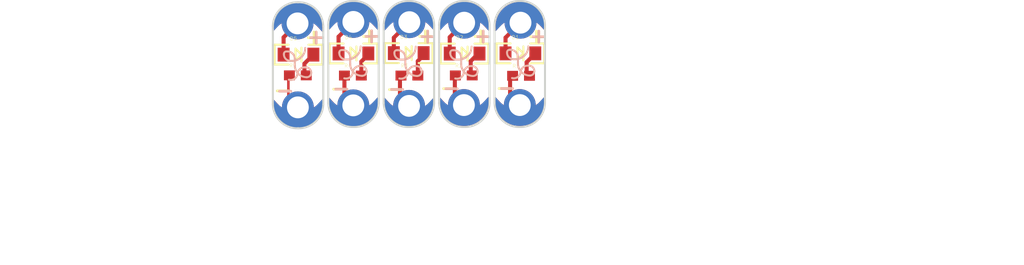
<source format=kicad_pcb>
(kicad_pcb (version 20211014) (generator pcbnew)
  (layers (0 "F.Cu" signal) (31 "B.Cu" signal) (34 "B.Paste" user) (35 "F.Paste" user) (36 "B.SilkS" user "B.Silkscreen") (37 "F.SilkS" user "F.Silkscreen") (38 "B.Mask" user) (39 "F.Mask" user) (44 "Edge.Cuts" user))
  (net 0 "")
  (net 1 "3")
  (net 2 "1")
  (net 3 "2")
  (net 4 "4")
  (net 5 "5")
  (net 6 "6")
  (net 7 "7")
  (net 8 "8")
  (net 9 "9")
  (net 10 "12")
  (net 11 "11")
  (net 12 "10")
  (net 13 "13")
  (net 14 "14")
  (net 15 "15")
  (footprint "boardEagle:PETAL-SMALL-2SIDE" (layer "F.Cu") (at 137.2743 100.845627 180)
    (fp_text reference "LED+5" hide)
    (fp_text value "SEWTAP6" hide)
    (fp_poly (pts (xy -1.854655 -0.173117) (xy -1.587233 0.02496) (xy -1.296131 0.192254) (xy -0.987629 0.324761) (xy -0.665876 0.420699) (xy -0.335186 0.478783) (xy -0.000001 0.49823) (xy 0.335185 0.478783) (xy 0.665875 0.4207) (xy 0.987628 0.324762) (xy 1.29613 0.192254) (xy 1.587231 0.024961) (xy 1.857026 -0.174874) (xy 2.101909 -0.404578) (xy 2.32514 -0.668824) (xy 2.493638 -0.837322) (xy 2.51214 -0.289809) (xy 2.481402 0.029121) (xy 2.409619 0.341384) (xy 2.298003 0.641723) (xy 2.148431 0.925078) (xy 1.963424 1.186677) (xy 1.746098 1.422114) (xy 1.500112 1.627423) (xy 1.22961 1.799149) (xy 0.939146 1.934398) (xy 0.633613 2.030893) (xy 0.318157 2.087007) (xy 0.002347 2.1016) (xy -0.002346 2.1016) (xy -0.318157 2.087008) (xy -0.633613 2.030893) (xy -0.939146 1.934399) (xy -1.22961 1.79915) (xy -1.500112 1.627424) (xy -1.746098 1.422115) (xy -1.963425 1.186678) (xy -2.148432 0.925079) (xy -2.298003 0.641724) (xy -2.409619 0.341385) (xy -2.481402 0.029122) (xy -2.512141 -0.289808) (xy -2.5016 -0.601715) (xy -2.5016 -0.854591)) (layer "F.Cu") (width 0) (fill solid))
    (fp_poly (pts (xy 2.5016 -0.601715) (xy 2.512141 -0.289808) (xy 2.481402 0.029122) (xy 2.409619 0.341385) (xy 2.298003 0.641724) (xy 2.148432 0.925079) (xy 1.963425 1.186678) (xy 1.746098 1.422115) (xy 1.500112 1.627424) (xy 1.22961 1.79915) (xy 0.939146 1.934399) (xy 0.633613 2.030893) (xy 0.318157 2.087008) (xy 0.002346 2.1016) (xy -0.002347 2.1016) (xy -0.318157 2.087007) (xy -0.633613 2.030893) (xy -0.939146 1.934398) (xy -1.22961 1.799149) (xy -1.500112 1.627423) (xy -1.746098 1.422114) (xy -1.963424 1.186677) (xy -2.148431 0.925078) (xy -2.298003 0.641723) (xy -2.409619 0.341384) (xy -2.482146 0.025885) (xy -2.50954 -0.853224) (xy -2.32514 -0.668824) (xy -2.101909 -0.404578) (xy -1.857026 -0.174874) (xy -1.587231 0.024961) (xy -1.29613 0.192254) (xy -0.987628 0.324762) (xy -0.665875 0.4207) (xy -0.335185 0.478783) (xy 0.000001 0.49823) (xy 0.335186 0.478783) (xy 0.665876 0.420699) (xy 0.987629 0.324761) (xy 1.296131 0.192254) (xy 1.587233 0.02496) (xy 1.854655 -0.173117) (xy 2.5016 -0.854591)) (layer "B.Cu") (width 0) (fill solid))
    (pad "1" thru_hole circle (at 0 0 270) (size 3.216 3.216) (drill 2.2) (layers *.Cu *.Mask) (net 13 "13"))
  )
  (footprint "boardEagle:LED-1206" (layer "F.Cu") (at 154.1145 103.888546)
    (fp_text reference "D2" (at -0.889 -1.397) (layer "F.SilkS") (effects (font (size 0.373888 0.373888) (thickness 0.032512)) (justify left bottom)))
    (fp_text value "WHITE")
    (fp_line (start 0.3 -0.7) (end 0.3 0) (layer "F.SilkS") (width 0.2032))
    (fp_line (start -1 -1) (end -2.4 -1) (layer "F.SilkS") (width 0.2032))
    (fp_line (start 2.4 1) (end 1 1) (layer "F.SilkS") (width 0.2032))
    (fp_line (start -0.3 -0.6) (end -0.3 0.6) (layer "F.SilkS") (width 0.2032))
    (fp_line (start -2.4 1) (end -1 1) (layer "F.SilkS") (width 0.2032))
    (fp_line (start 2.4 -1) (end 2.4 1) (layer "F.SilkS") (width 0.2032))
    (fp_line (start 1 -1) (end 2.4 -1) (layer "F.SilkS") (width 0.2032))
    (fp_line (start 0.3 0) (end 0.3 0.7) (layer "F.SilkS") (width 0.2032))
    (fp_line (start -2.4 -1) (end -2.4 1) (layer "F.SilkS") (width 0.2032))
    (fp_line (start -0.3 0.6) (end 0.3 0) (layer "F.SilkS") (width 0.2032))
    (fp_line (start 0.3 0) (end -0.3 -0.6) (layer "F.SilkS") (width 0.2032))
    (pad "A" smd rect (at -1.5 0) (size 1.2 1.4) (layers "F.Cu" "F.Paste" "F.Mask") (net 4 "4"))
    (pad "C" smd rect (at 1.5 0) (size 1.2 1.4) (layers "F.Cu" "F.Paste" "F.Mask") (net 5 "5"))
  )
  (footprint "boardEagle:PETAL-SMALL-2SIDE" (layer "F.Cu") (at 159.67964 109.080305)
    (fp_text reference "LED-1" hide)
    (fp_text value "SEWTAP6" hide)
    (fp_poly (pts (xy -1.854655 -0.173117) (xy -1.587233 0.02496) (xy -1.296131 0.192254) (xy -0.987629 0.324761) (xy -0.665876 0.420699) (xy -0.335186 0.478783) (xy -0.000001 0.49823) (xy 0.335185 0.478783) (xy 0.665875 0.4207) (xy 0.987628 0.324762) (xy 1.29613 0.192254) (xy 1.587231 0.024961) (xy 1.857026 -0.174874) (xy 2.101909 -0.404578) (xy 2.32514 -0.668824) (xy 2.493638 -0.837322) (xy 2.51214 -0.289809) (xy 2.481402 0.029121) (xy 2.409619 0.341384) (xy 2.298003 0.641723) (xy 2.148431 0.925078) (xy 1.963424 1.186677) (xy 1.746098 1.422114) (xy 1.500112 1.627423) (xy 1.22961 1.799149) (xy 0.939146 1.934398) (xy 0.633613 2.030893) (xy 0.318157 2.087007) (xy 0.002347 2.1016) (xy -0.002346 2.1016) (xy -0.318157 2.087008) (xy -0.633613 2.030893) (xy -0.939146 1.934399) (xy -1.22961 1.79915) (xy -1.500112 1.627424) (xy -1.746098 1.422115) (xy -1.963425 1.186678) (xy -2.148432 0.925079) (xy -2.298003 0.641724) (xy -2.409619 0.341385) (xy -2.481402 0.029122) (xy -2.512141 -0.289808) (xy -2.5016 -0.601715) (xy -2.5016 -0.854591)) (layer "F.Cu") (width 0) (fill solid))
    (fp_poly (pts (xy 2.5016 -0.601715) (xy 2.512141 -0.289808) (xy 2.481402 0.029122) (xy 2.409619 0.341385) (xy 2.298003 0.641724) (xy 2.148432 0.925079) (xy 1.963425 1.186678) (xy 1.746098 1.422115) (xy 1.500112 1.627424) (xy 1.22961 1.79915) (xy 0.939146 1.934399) (xy 0.633613 2.030893) (xy 0.318157 2.087008) (xy 0.002346 2.1016) (xy -0.002347 2.1016) (xy -0.318157 2.087007) (xy -0.633613 2.030893) (xy -0.939146 1.934398) (xy -1.22961 1.799149) (xy -1.500112 1.627423) (xy -1.746098 1.422114) (xy -1.963424 1.186677) (xy -2.148431 0.925078) (xy -2.298003 0.641723) (xy -2.409619 0.341384) (xy -2.482146 0.025885) (xy -2.50954 -0.853224) (xy -2.32514 -0.668824) (xy -2.101909 -0.404578) (xy -1.857026 -0.174874) (xy -1.587231 0.024961) (xy -1.29613 0.192254) (xy -0.987628 0.324762) (xy -0.665875 0.4207) (xy -0.335185 0.478783) (xy 0.000001 0.49823) (xy 0.335186 0.478783) (xy 0.665876 0.420699) (xy 0.987629 0.324761) (xy 1.296131 0.192254) (xy 1.587233 0.02496) (xy 1.854655 -0.173117) (xy 2.5016 -0.854591)) (layer "B.Cu") (width 0) (fill solid))
    (pad "1" thru_hole circle (at 0 0 90) (size 3.216 3.216) (drill 2.2) (layers *.Cu *.Mask) (net 1 "3"))
  )
  (footprint "boardEagle:0603-RES" (layer "F.Cu") (at 142.8496 106.103427)
    (fp_text reference "R4" (at -0.889 -0.762) (layer "F.SilkS") (effects (font (size 0.373888 0.373888) (thickness 0.032512)) (justify left bottom)))
    (fp_text value "150")
    (pad "1" smd rect (at -0.85 0) (size 1.1 1) (layers "F.Cu" "F.Paste" "F.Mask") (net 10 "12"))
    (pad "2" smd rect (at 0.85 0) (size 1.1 1) (layers "F.Cu" "F.Paste" "F.Mask") (net 11 "11"))
  )
  (footprint "boardEagle:LED-1206" (layer "F.Cu") (at 159.7406 103.865686)
    (fp_text reference "D1" (at -0.889 -1.397) (layer "F.SilkS") (effects (font (size 0.373888 0.373888) (thickness 0.032512)) (justify left bottom)))
    (fp_text value "WHITE")
    (fp_line (start 2.4 -1) (end 2.4 1) (layer "F.SilkS") (width 0.2032))
    (fp_line (start -2.4 1) (end -1 1) (layer "F.SilkS") (width 0.2032))
    (fp_line (start 0.3 0) (end -0.3 -0.6) (layer "F.SilkS") (width 0.2032))
    (fp_line (start -0.3 -0.6) (end -0.3 0.6) (layer "F.SilkS") (width 0.2032))
    (fp_line (start -1 -1) (end -2.4 -1) (layer "F.SilkS") (width 0.2032))
    (fp_line (start 0.3 0) (end 0.3 0.7) (layer "F.SilkS") (width 0.2032))
    (fp_line (start 2.4 1) (end 1 1) (layer "F.SilkS") (width 0.2032))
    (fp_line (start 0.3 -0.7) (end 0.3 0) (layer "F.SilkS") (width 0.2032))
    (fp_line (start -0.3 0.6) (end 0.3 0) (layer "F.SilkS") (width 0.2032))
    (fp_line (start 1 -1) (end 2.4 -1) (layer "F.SilkS") (width 0.2032))
    (fp_line (start -2.4 -1) (end -2.4 1) (layer "F.SilkS") (width 0.2032))
    (pad "A" smd rect (at -1.5 0) (size 1.2 1.4) (layers "F.Cu" "F.Paste" "F.Mask") (net 2 "1"))
    (pad "C" smd rect (at 1.5 0) (size 1.2 1.4) (layers "F.Cu" "F.Paste" "F.Mask") (net 3 "2"))
  )
  (footprint "boardEagle:0603-RES" (layer "F.Cu") (at 159.804097 106.128827)
    (fp_text reference "R1" (at -0.889 -0.762) (layer "F.SilkS") (effects (font (size 0.373888 0.373888) (thickness 0.032512)) (justify left bottom)))
    (fp_text value "150")
    (pad "1" smd rect (at -0.85 0) (size 1.1 1) (layers "F.Cu" "F.Paste" "F.Mask") (net 1 "3"))
    (pad "2" smd rect (at 0.85 0) (size 1.1 1) (layers "F.Cu" "F.Paste" "F.Mask") (net 3 "2"))
  )
  (footprint "boardEagle:PETAL-SMALL-2SIDE" (layer "F.Cu") (at 154.071319 100.774505 180)
    (fp_text reference "LED+2" hide)
    (fp_text value "SEWTAP6" hide)
    (fp_poly (pts (xy -1.854655 -0.173117) (xy -1.587233 0.02496) (xy -1.296131 0.192254) (xy -0.987629 0.324761) (xy -0.665876 0.420699) (xy -0.335186 0.478783) (xy -0.000001 0.49823) (xy 0.335185 0.478783) (xy 0.665875 0.4207) (xy 0.987628 0.324762) (xy 1.29613 0.192254) (xy 1.587231 0.024961) (xy 1.857026 -0.174874) (xy 2.101909 -0.404578) (xy 2.32514 -0.668824) (xy 2.493638 -0.837322) (xy 2.51214 -0.289809) (xy 2.481402 0.029121) (xy 2.409619 0.341384) (xy 2.298003 0.641723) (xy 2.148431 0.925078) (xy 1.963424 1.186677) (xy 1.746098 1.422114) (xy 1.500112 1.627423) (xy 1.22961 1.799149) (xy 0.939146 1.934398) (xy 0.633613 2.030893) (xy 0.318157 2.087007) (xy 0.002347 2.1016) (xy -0.002346 2.1016) (xy -0.318157 2.087008) (xy -0.633613 2.030893) (xy -0.939146 1.934399) (xy -1.22961 1.79915) (xy -1.500112 1.627424) (xy -1.746098 1.422115) (xy -1.963425 1.186678) (xy -2.148432 0.925079) (xy -2.298003 0.641724) (xy -2.409619 0.341385) (xy -2.481402 0.029122) (xy -2.512141 -0.289808) (xy -2.5016 -0.601715) (xy -2.5016 -0.854591)) (layer "F.Cu") (width 0) (fill solid))
    (fp_poly (pts (xy 2.5016 -0.601715) (xy 2.512141 -0.289808) (xy 2.481402 0.029122) (xy 2.409619 0.341385) (xy 2.298003 0.641724) (xy 2.148432 0.925079) (xy 1.963425 1.186678) (xy 1.746098 1.422115) (xy 1.500112 1.627424) (xy 1.22961 1.79915) (xy 0.939146 1.934399) (xy 0.633613 2.030893) (xy 0.318157 2.087008) (xy 0.002346 2.1016) (xy -0.002347 2.1016) (xy -0.318157 2.087007) (xy -0.633613 2.030893) (xy -0.939146 1.934398) (xy -1.22961 1.799149) (xy -1.500112 1.627423) (xy -1.746098 1.422114) (xy -1.963424 1.186677) (xy -2.148431 0.925078) (xy -2.298003 0.641723) (xy -2.409619 0.341384) (xy -2.482146 0.025885) (xy -2.50954 -0.853224) (xy -2.32514 -0.668824) (xy -2.101909 -0.404578) (xy -1.857026 -0.174874) (xy -1.587231 0.024961) (xy -1.29613 0.192254) (xy -0.987628 0.324762) (xy -0.665875 0.4207) (xy -0.335185 0.478783) (xy 0.000001 0.49823) (xy 0.335186 0.478783) (xy 0.665876 0.420699) (xy 0.987629 0.324761) (xy 1.296131 0.192254) (xy 1.587233 0.02496) (xy 1.854655 -0.173117) (xy 2.5016 -0.854591)) (layer "B.Cu") (width 0) (fill solid))
    (pad "1" thru_hole circle (at 0 0 270) (size 3.216 3.216) (drill 2.2) (layers *.Cu *.Mask) (net 4 "4"))
  )
  (footprint "boardEagle:LED-1206" (layer "F.Cu") (at 137.368281 103.995227)
    (fp_text reference "D5" (at -0.889 -1.397) (layer "F.SilkS") (effects (font (size 0.373888 0.373888) (thickness 0.032512)) (justify left bottom)))
    (fp_text value "WHITE")
    (fp_line (start 2.4 1) (end 1 1) (layer "F.SilkS") (width 0.2032))
    (fp_line (start 1 -1) (end 2.4 -1) (layer "F.SilkS") (width 0.2032))
    (fp_line (start -0.3 -0.6) (end -0.3 0.6) (layer "F.SilkS") (width 0.2032))
    (fp_line (start 0.3 0) (end -0.3 -0.6) (layer "F.SilkS") (width 0.2032))
    (fp_line (start 2.4 -1) (end 2.4 1) (layer "F.SilkS") (width 0.2032))
    (fp_line (start -2.4 1) (end -1 1) (layer "F.SilkS") (width 0.2032))
    (fp_line (start 0.3 -0.7) (end 0.3 0) (layer "F.SilkS") (width 0.2032))
    (fp_line (start -1 -1) (end -2.4 -1) (layer "F.SilkS") (width 0.2032))
    (fp_line (start -0.3 0.6) (end 0.3 0) (layer "F.SilkS") (width 0.2032))
    (fp_line (start 0.3 0) (end 0.3 0.7) (layer "F.SilkS") (width 0.2032))
    (fp_line (start -2.4 -1) (end -2.4 1) (layer "F.SilkS") (width 0.2032))
    (pad "A" smd rect (at -1.5 0) (size 1.2 1.4) (layers "F.Cu" "F.Paste" "F.Mask") (net 13 "13"))
    (pad "C" smd rect (at 1.5 0) (size 1.2 1.4) (layers "F.Cu" "F.Paste" "F.Mask") (net 14 "14"))
  )
  (footprint "boardEagle:PETAL-SMALL-2SIDE" (layer "F.Cu") (at 154.045919 109.080305)
    (fp_text reference "LED-2" hide)
    (fp_text value "SEWTAP6" hide)
    (fp_poly (pts (xy -1.854655 -0.173117) (xy -1.587233 0.02496) (xy -1.296131 0.192254) (xy -0.987629 0.324761) (xy -0.665876 0.420699) (xy -0.335186 0.478783) (xy -0.000001 0.49823) (xy 0.335185 0.478783) (xy 0.665875 0.4207) (xy 0.987628 0.324762) (xy 1.29613 0.192254) (xy 1.587231 0.024961) (xy 1.857026 -0.174874) (xy 2.101909 -0.404578) (xy 2.32514 -0.668824) (xy 2.493638 -0.837322) (xy 2.51214 -0.289809) (xy 2.481402 0.029121) (xy 2.409619 0.341384) (xy 2.298003 0.641723) (xy 2.148431 0.925078) (xy 1.963424 1.186677) (xy 1.746098 1.422114) (xy 1.500112 1.627423) (xy 1.22961 1.799149) (xy 0.939146 1.934398) (xy 0.633613 2.030893) (xy 0.318157 2.087007) (xy 0.002347 2.1016) (xy -0.002346 2.1016) (xy -0.318157 2.087008) (xy -0.633613 2.030893) (xy -0.939146 1.934399) (xy -1.22961 1.79915) (xy -1.500112 1.627424) (xy -1.746098 1.422115) (xy -1.963425 1.186678) (xy -2.148432 0.925079) (xy -2.298003 0.641724) (xy -2.409619 0.341385) (xy -2.481402 0.029122) (xy -2.512141 -0.289808) (xy -2.5016 -0.601715) (xy -2.5016 -0.854591)) (layer "F.Cu") (width 0) (fill solid))
    (fp_poly (pts (xy 2.5016 -0.601715) (xy 2.512141 -0.289808) (xy 2.481402 0.029122) (xy 2.409619 0.341385) (xy 2.298003 0.641724) (xy 2.148432 0.925079) (xy 1.963425 1.186678) (xy 1.746098 1.422115) (xy 1.500112 1.627424) (xy 1.22961 1.79915) (xy 0.939146 1.934399) (xy 0.633613 2.030893) (xy 0.318157 2.087008) (xy 0.002346 2.1016) (xy -0.002347 2.1016) (xy -0.318157 2.087007) (xy -0.633613 2.030893) (xy -0.939146 1.934398) (xy -1.22961 1.799149) (xy -1.500112 1.627423) (xy -1.746098 1.422114) (xy -1.963424 1.186677) (xy -2.148431 0.925078) (xy -2.298003 0.641723) (xy -2.409619 0.341384) (xy -2.482146 0.025885) (xy -2.50954 -0.853224) (xy -2.32514 -0.668824) (xy -2.101909 -0.404578) (xy -1.857026 -0.174874) (xy -1.587231 0.024961) (xy -1.29613 0.192254) (xy -0.987628 0.324762) (xy -0.665875 0.4207) (xy -0.335185 0.478783) (xy 0.000001 0.49823) (xy 0.335186 0.478783) (xy 0.665876 0.420699) (xy 0.987629 0.324761) (xy 1.296131 0.192254) (xy 1.587233 0.02496) (xy 1.854655 -0.173117) (xy 2.5016 -0.854591)) (layer "B.Cu") (width 0) (fill solid))
    (pad "1" thru_hole circle (at 0 0 90) (size 3.216 3.216) (drill 2.2) (layers *.Cu *.Mask) (net 6 "6"))
  )
  (footprint "boardEagle:LED-1206" (layer "F.Cu") (at 142.908019 103.875846)
    (fp_text reference "D4" (at -0.889 -1.397) (layer "F.SilkS") (effects (font (size 0.373888 0.373888) (thickness 0.032512)) (justify left bottom)))
    (fp_text value "WHITE")
    (fp_line (start -2.4 -1) (end -2.4 1) (layer "F.SilkS") (width 0.2032))
    (fp_line (start -1 -1) (end -2.4 -1) (layer "F.SilkS") (width 0.2032))
    (fp_line (start -0.3 0.6) (end 0.3 0) (layer "F.SilkS") (width 0.2032))
    (fp_line (start 2.4 -1) (end 2.4 1) (layer "F.SilkS") (width 0.2032))
    (fp_line (start 0.3 0) (end -0.3 -0.6) (layer "F.SilkS") (width 0.2032))
    (fp_line (start 0.3 -0.7) (end 0.3 0) (layer "F.SilkS") (width 0.2032))
    (fp_line (start -0.3 -0.6) (end -0.3 0.6) (layer "F.SilkS") (width 0.2032))
    (fp_line (start -2.4 1) (end -1 1) (layer "F.SilkS") (width 0.2032))
    (fp_line (start 2.4 1) (end 1 1) (layer "F.SilkS") (width 0.2032))
    (fp_line (start 0.3 0) (end 0.3 0.7) (layer "F.SilkS") (width 0.2032))
    (fp_line (start 1 -1) (end 2.4 -1) (layer "F.SilkS") (width 0.2032))
    (pad "A" smd rect (at -1.5 0) (size 1.2 1.4) (layers "F.Cu" "F.Paste" "F.Mask") (net 12 "10"))
    (pad "C" smd rect (at 1.5 0) (size 1.2 1.4) (layers "F.Cu" "F.Paste" "F.Mask") (net 11 "11"))
  )
  (footprint "boardEagle:LED-1206" (layer "F.Cu") (at 148.480781 103.842824)
    (fp_text reference "D3" (at -0.889 -1.397) (layer "F.SilkS") (effects (font (size 0.373888 0.373888) (thickness 0.032512)) (justify left bottom)))
    (fp_text value "WHITE")
    (fp_line (start -2.4 1) (end -1 1) (layer "F.SilkS") (width 0.2032))
    (fp_line (start 0.3 0) (end -0.3 -0.6) (layer "F.SilkS") (width 0.2032))
    (fp_line (start 2.4 1) (end 1 1) (layer "F.SilkS") (width 0.2032))
    (fp_line (start 0.3 -0.7) (end 0.3 0) (layer "F.SilkS") (width 0.2032))
    (fp_line (start 2.4 -1) (end 2.4 1) (layer "F.SilkS") (width 0.2032))
    (fp_line (start -0.3 0.6) (end 0.3 0) (layer "F.SilkS") (width 0.2032))
    (fp_line (start -2.4 -1) (end -2.4 1) (layer "F.SilkS") (width 0.2032))
    (fp_line (start 0.3 0) (end 0.3 0.7) (layer "F.SilkS") (width 0.2032))
    (fp_line (start -0.3 -0.6) (end -0.3 0.6) (layer "F.SilkS") (width 0.2032))
    (fp_line (start -1 -1) (end -2.4 -1) (layer "F.SilkS") (width 0.2032))
    (fp_line (start 1 -1) (end 2.4 -1) (layer "F.SilkS") (width 0.2032))
    (pad "A" smd rect (at -1.5 0) (size 1.2 1.4) (layers "F.Cu" "F.Paste" "F.Mask") (net 7 "7"))
    (pad "C" smd rect (at 1.5 0) (size 1.2 1.4) (layers "F.Cu" "F.Paste" "F.Mask") (net 8 "8"))
  )
  (footprint "boardEagle:0603-RES" (layer "F.Cu") (at 148.549359 106.105968)
    (fp_text reference "R3" (at -0.889 -0.762) (layer "F.SilkS") (effects (font (size 0.373888 0.373888) (thickness 0.032512)) (justify left bottom)))
    (fp_text value "150")
    (pad "1" smd rect (at -0.85 0) (size 1.1 1) (layers "F.Cu" "F.Paste" "F.Mask") (net 9 "9"))
    (pad "2" smd rect (at 0.85 0) (size 1.1 1) (layers "F.Cu" "F.Paste" "F.Mask") (net 8 "8"))
  )
  (footprint "boardEagle:0603-RES" (layer "F.Cu") (at 154.030681 106.090724)
    (fp_text reference "R2" (at -0.889 -0.762) (layer "F.SilkS") (effects (font (size 0.373888 0.373888) (thickness 0.032512)) (justify left bottom)))
    (fp_text value "150")
    (pad "1" smd rect (at -0.85 0) (size 1.1 1) (layers "F.Cu" "F.Paste" "F.Mask") (net 6 "6"))
    (pad "2" smd rect (at 0.85 0) (size 1.1 1) (layers "F.Cu" "F.Paste" "F.Mask") (net 5 "5"))
  )
  (footprint "boardEagle:0603-RES" (layer "F.Cu") (at 137.302237 106.083108)
    (fp_text reference "R5" (at -0.889 -0.762) (layer "F.SilkS") (effects (font (size 0.373888 0.373888) (thickness 0.032512)) (justify left bottom)))
    (fp_text value "150")
    (pad "1" smd rect (at -0.85 0) (size 1.1 1) (layers "F.Cu" "F.Paste" "F.Mask") (net 15 "15"))
    (pad "2" smd rect (at 0.85 0) (size 1.1 1) (layers "F.Cu" "F.Paste" "F.Mask") (net 14 "14"))
  )
  (footprint "boardEagle:CREATIVE_COMMONS" (layer "F.Cu") (at 127.599441 119.400323)
    (fp_text reference "FRAME1" hide)
    (fp_text value "FRAME-LETTER" hide)
  )
  (footprint "boardEagle:PETAL-SMALL-2SIDE" (layer "F.Cu") (at 142.892778 109.108246)
    (fp_text reference "LED-4" hide)
    (fp_text value "SEWTAP6" hide)
    (fp_poly (pts (xy -1.854655 -0.173117) (xy -1.587233 0.02496) (xy -1.296131 0.192254) (xy -0.987629 0.324761) (xy -0.665876 0.420699) (xy -0.335186 0.478783) (xy -0.000001 0.49823) (xy 0.335185 0.478783) (xy 0.665875 0.4207) (xy 0.987628 0.324762) (xy 1.29613 0.192254) (xy 1.587231 0.024961) (xy 1.857026 -0.174874) (xy 2.101909 -0.404578) (xy 2.32514 -0.668824) (xy 2.493638 -0.837322) (xy 2.51214 -0.289809) (xy 2.481402 0.029121) (xy 2.409619 0.341384) (xy 2.298003 0.641723) (xy 2.148431 0.925078) (xy 1.963424 1.186677) (xy 1.746098 1.422114) (xy 1.500112 1.627423) (xy 1.22961 1.799149) (xy 0.939146 1.934398) (xy 0.633613 2.030893) (xy 0.318157 2.087007) (xy 0.002347 2.1016) (xy -0.002346 2.1016) (xy -0.318157 2.087008) (xy -0.633613 2.030893) (xy -0.939146 1.934399) (xy -1.22961 1.79915) (xy -1.500112 1.627424) (xy -1.746098 1.422115) (xy -1.963425 1.186678) (xy -2.148432 0.925079) (xy -2.298003 0.641724) (xy -2.409619 0.341385) (xy -2.481402 0.029122) (xy -2.512141 -0.289808) (xy -2.5016 -0.601715) (xy -2.5016 -0.854591)) (layer "F.Cu") (width 0) (fill solid))
    (fp_poly (pts (xy 2.5016 -0.601715) (xy 2.512141 -0.289808) (xy 2.481402 0.029122) (xy 2.409619 0.341385) (xy 2.298003 0.641724) (xy 2.148432 0.925079) (xy 1.963425 1.186678) (xy 1.746098 1.422115) (xy 1.500112 1.627424) (xy 1.22961 1.79915) (xy 0.939146 1.934399) (xy 0.633613 2.030893) (xy 0.318157 2.087008) (xy 0.002346 2.1016) (xy -0.002347 2.1016) (xy -0.318157 2.087007) (xy -0.633613 2.030893) (xy -0.939146 1.934398) (xy -1.22961 1.799149) (xy -1.500112 1.627423) (xy -1.746098 1.422114) (xy -1.963424 1.186677) (xy -2.148431 0.925078) (xy -2.298003 0.641723) (xy -2.409619 0.341384) (xy -2.482146 0.025885) (xy -2.50954 -0.853224) (xy -2.32514 -0.668824) (xy -2.101909 -0.404578) (xy -1.857026 -0.174874) (xy -1.587231 0.024961) (xy -1.29613 0.192254) (xy -0.987628 0.324762) (xy -0.665875 0.4207) (xy -0.335185 0.478783) (xy 0.000001 0.49823) (xy 0.335186 0.478783) (xy 0.665876 0.420699) (xy 0.987629 0.324761) (xy 1.296131 0.192254) (xy 1.587233 0.02496) (xy 1.854655 -0.173117) (xy 2.5016 -0.854591)) (layer "B.Cu") (width 0) (fill solid))
    (pad "1" thru_hole circle (at 0 0 90) (size 3.216 3.216) (drill 2.2) (layers *.Cu *.Mask) (net 10 "12"))
  )
  (footprint "boardEagle:PETAL-SMALL-2SIDE" (layer "F.Cu") (at 148.51634 109.161586)
    (fp_text reference "LED-3" hide)
    (fp_text value "SEWTAP6" hide)
    (fp_poly (pts (xy -1.854655 -0.173117) (xy -1.587233 0.02496) (xy -1.296131 0.192254) (xy -0.987629 0.324761) (xy -0.665876 0.420699) (xy -0.335186 0.478783) (xy -0.000001 0.49823) (xy 0.335185 0.478783) (xy 0.665875 0.4207) (xy 0.987628 0.324762) (xy 1.29613 0.192254) (xy 1.587231 0.024961) (xy 1.857026 -0.174874) (xy 2.101909 -0.404578) (xy 2.32514 -0.668824) (xy 2.493638 -0.837322) (xy 2.51214 -0.289809) (xy 2.481402 0.029121) (xy 2.409619 0.341384) (xy 2.298003 0.641723) (xy 2.148431 0.925078) (xy 1.963424 1.186677) (xy 1.746098 1.422114) (xy 1.500112 1.627423) (xy 1.22961 1.799149) (xy 0.939146 1.934398) (xy 0.633613 2.030893) (xy 0.318157 2.087007) (xy 0.002347 2.1016) (xy -0.002346 2.1016) (xy -0.318157 2.087008) (xy -0.633613 2.030893) (xy -0.939146 1.934399) (xy -1.22961 1.79915) (xy -1.500112 1.627424) (xy -1.746098 1.422115) (xy -1.963425 1.186678) (xy -2.148432 0.925079) (xy -2.298003 0.641724) (xy -2.409619 0.341385) (xy -2.481402 0.029122) (xy -2.512141 -0.289808) (xy -2.5016 -0.601715) (xy -2.5016 -0.854591)) (layer "F.Cu") (width 0) (fill solid))
    (fp_poly (pts (xy 2.5016 -0.601715) (xy 2.512141 -0.289808) (xy 2.481402 0.029122) (xy 2.409619 0.341385) (xy 2.298003 0.641724) (xy 2.148432 0.925079) (xy 1.963425 1.186678) (xy 1.746098 1.422115) (xy 1.500112 1.627424) (xy 1.22961 1.79915) (xy 0.939146 1.934399) (xy 0.633613 2.030893) (xy 0.318157 2.087008) (xy 0.002346 2.1016) (xy -0.002347 2.1016) (xy -0.318157 2.087007) (xy -0.633613 2.030893) (xy -0.939146 1.934398) (xy -1.22961 1.799149) (xy -1.500112 1.627423) (xy -1.746098 1.422114) (xy -1.963424 1.186677) (xy -2.148431 0.925078) (xy -2.298003 0.641723) (xy -2.409619 0.341384) (xy -2.482146 0.025885) (xy -2.50954 -0.853224) (xy -2.32514 -0.668824) (xy -2.101909 -0.404578) (xy -1.857026 -0.174874) (xy -1.587231 0.024961) (xy -1.29613 0.192254) (xy -0.987628 0.324762) (xy -0.665875 0.4207) (xy -0.335185 0.478783) (xy 0.000001 0.49823) (xy 0.335186 0.478783) (xy 0.665876 0.420699) (xy 0.987629 0.324761) (xy 1.296131 0.192254) (xy 1.587233 0.02496) (xy 1.854655 -0.173117) (xy 2.5016 -0.854591)) (layer "B.Cu") (width 0) (fill solid))
    (pad "1" thru_hole circle (at 0 0 90) (size 3.216 3.216) (drill 2.2) (layers *.Cu *.Mask) (net 9 "9"))
  )
  (footprint "boardEagle:PETAL-SMALL-2SIDE" (layer "F.Cu") (at 137.307322 109.311446)
    (fp_text reference "LED-5" hide)
    (fp_text value "SEWTAP6" hide)
    (fp_poly (pts (xy -1.854655 -0.173117) (xy -1.587233 0.02496) (xy -1.296131 0.192254) (xy -0.987629 0.324761) (xy -0.665876 0.420699) (xy -0.335186 0.478783) (xy -0.000001 0.49823) (xy 0.335185 0.478783) (xy 0.665875 0.4207) (xy 0.987628 0.324762) (xy 1.29613 0.192254) (xy 1.587231 0.024961) (xy 1.857026 -0.174874) (xy 2.101909 -0.404578) (xy 2.32514 -0.668824) (xy 2.493638 -0.837322) (xy 2.51214 -0.289809) (xy 2.481402 0.029121) (xy 2.409619 0.341384) (xy 2.298003 0.641723) (xy 2.148431 0.925078) (xy 1.963424 1.186677) (xy 1.746098 1.422114) (xy 1.500112 1.627423) (xy 1.22961 1.799149) (xy 0.939146 1.934398) (xy 0.633613 2.030893) (xy 0.318157 2.087007) (xy 0.002347 2.1016) (xy -0.002346 2.1016) (xy -0.318157 2.087008) (xy -0.633613 2.030893) (xy -0.939146 1.934399) (xy -1.22961 1.79915) (xy -1.500112 1.627424) (xy -1.746098 1.422115) (xy -1.963425 1.186678) (xy -2.148432 0.925079) (xy -2.298003 0.641724) (xy -2.409619 0.341385) (xy -2.481402 0.029122) (xy -2.512141 -0.289808) (xy -2.5016 -0.601715) (xy -2.5016 -0.854591)) (layer "F.Cu") (width 0) (fill solid))
    (fp_poly (pts (xy 2.5016 -0.601715) (xy 2.512141 -0.289808) (xy 2.481402 0.029122) (xy 2.409619 0.341385) (xy 2.298003 0.641724) (xy 2.148432 0.925079) (xy 1.963425 1.186678) (xy 1.746098 1.422115) (xy 1.500112 1.627424) (xy 1.22961 1.79915) (xy 0.939146 1.934399) (xy 0.633613 2.030893) (xy 0.318157 2.087008) (xy 0.002346 2.1016) (xy -0.002347 2.1016) (xy -0.318157 2.087007) (xy -0.633613 2.030893) (xy -0.939146 1.934398) (xy -1.22961 1.799149) (xy -1.500112 1.627423) (xy -1.746098 1.422114) (xy -1.963424 1.186677) (xy -2.148431 0.925078) (xy -2.298003 0.641723) (xy -2.409619 0.341384) (xy -2.482146 0.025885) (xy -2.50954 -0.853224) (xy -2.32514 -0.668824) (xy -2.101909 -0.404578) (xy -1.857026 -0.174874) (xy -1.587231 0.024961) (xy -1.29613 0.192254) (xy -0.987628 0.324762) (xy -0.665875 0.4207) (xy -0.335185 0.478783) (xy 0.000001 0.49823) (xy 0.335186 0.478783) (xy 0.665876 0.420699) (xy 0.987629 0.324761) (xy 1.296131 0.192254) (xy 1.587233 0.02496) (xy 1.854655 -0.173117) (xy 2.5016 -0.854591)) (layer "B.Cu") (width 0) (fill solid))
    (pad "1" thru_hole circle (at 0 0 90) (size 3.216 3.216) (drill 2.2) (layers *.Cu *.Mask) (net 15 "15"))
  )
  (footprint "boardEagle:PETAL-SMALL-2SIDE" (layer "F.Cu") (at 142.9004 100.695764 180)
    (fp_text reference "LED+4" hide)
    (fp_text value "SEWTAP6" hide)
    (fp_poly (pts (xy -1.854655 -0.173117) (xy -1.587233 0.02496) (xy -1.296131 0.192254) (xy -0.987629 0.324761) (xy -0.665876 0.420699) (xy -0.335186 0.478783) (xy -0.000001 0.49823) (xy 0.335185 0.478783) (xy 0.665875 0.4207) (xy 0.987628 0.324762) (xy 1.29613 0.192254) (xy 1.587231 0.024961) (xy 1.857026 -0.174874) (xy 2.101909 -0.404578) (xy 2.32514 -0.668824) (xy 2.493638 -0.837322) (xy 2.51214 -0.289809) (xy 2.481402 0.029121) (xy 2.409619 0.341384) (xy 2.298003 0.641723) (xy 2.148431 0.925078) (xy 1.963424 1.186677) (xy 1.746098 1.422114) (xy 1.500112 1.627423) (xy 1.22961 1.799149) (xy 0.939146 1.934398) (xy 0.633613 2.030893) (xy 0.318157 2.087007) (xy 0.002347 2.1016) (xy -0.002346 2.1016) (xy -0.318157 2.087008) (xy -0.633613 2.030893) (xy -0.939146 1.934399) (xy -1.22961 1.79915) (xy -1.500112 1.627424) (xy -1.746098 1.422115) (xy -1.963425 1.186678) (xy -2.148432 0.925079) (xy -2.298003 0.641724) (xy -2.409619 0.341385) (xy -2.481402 0.029122) (xy -2.512141 -0.289808) (xy -2.5016 -0.601715) (xy -2.5016 -0.854591)) (layer "F.Cu") (width 0) (fill solid))
    (fp_poly (pts (xy 2.5016 -0.601715) (xy 2.512141 -0.289808) (xy 2.481402 0.029122) (xy 2.409619 0.341385) (xy 2.298003 0.641724) (xy 2.148432 0.925079) (xy 1.963425 1.186678) (xy 1.746098 1.422115) (xy 1.500112 1.627424) (xy 1.22961 1.79915) (xy 0.939146 1.934399) (xy 0.633613 2.030893) (xy 0.318157 2.087008) (xy 0.002346 2.1016) (xy -0.002347 2.1016) (xy -0.318157 2.087007) (xy -0.633613 2.030893) (xy -0.939146 1.934398) (xy -1.22961 1.799149) (xy -1.500112 1.627423) (xy -1.746098 1.422114) (xy -1.963424 1.186677) (xy -2.148431 0.925078) (xy -2.298003 0.641723) (xy -2.409619 0.341384) (xy -2.482146 0.025885) (xy -2.50954 -0.853224) (xy -2.32514 -0.668824) (xy -2.101909 -0.404578) (xy -1.857026 -0.174874) (xy -1.587231 0.024961) (xy -1.29613 0.192254) (xy -0.987628 0.324762) (xy -0.665875 0.4207) (xy -0.335185 0.478783) (xy 0.000001 0.49823) (xy 0.335186 0.478783) (xy 0.665876 0.420699) (xy 0.987629 0.324761) (xy 1.296131 0.192254) (xy 1.587233 0.02496) (xy 1.854655 -0.173117) (xy 2.5016 -0.854591)) (layer "B.Cu") (width 0) (fill solid))
    (pad "1" thru_hole circle (at 0 0 270) (size 3.216 3.216) (drill 2.2) (layers *.Cu *.Mask) (net 12 "10"))
  )
  (footprint "boardEagle:PETAL-SMALL-2SIDE" (layer "F.Cu") (at 159.748219 100.774505 180)
    (fp_text reference "LED+1" hide)
    (fp_text value "SEWTAP6" hide)
    (fp_poly (pts (xy -1.854655 -0.173117) (xy -1.587233 0.02496) (xy -1.296131 0.192254) (xy -0.987629 0.324761) (xy -0.665876 0.420699) (xy -0.335186 0.478783) (xy -0.000001 0.49823) (xy 0.335185 0.478783) (xy 0.665875 0.4207) (xy 0.987628 0.324762) (xy 1.29613 0.192254) (xy 1.587231 0.024961) (xy 1.857026 -0.174874) (xy 2.101909 -0.404578) (xy 2.32514 -0.668824) (xy 2.493638 -0.837322) (xy 2.51214 -0.289809) (xy 2.481402 0.029121) (xy 2.409619 0.341384) (xy 2.298003 0.641723) (xy 2.148431 0.925078) (xy 1.963424 1.186677) (xy 1.746098 1.422114) (xy 1.500112 1.627423) (xy 1.22961 1.799149) (xy 0.939146 1.934398) (xy 0.633613 2.030893) (xy 0.318157 2.087007) (xy 0.002347 2.1016) (xy -0.002346 2.1016) (xy -0.318157 2.087008) (xy -0.633613 2.030893) (xy -0.939146 1.934399) (xy -1.22961 1.79915) (xy -1.500112 1.627424) (xy -1.746098 1.422115) (xy -1.963425 1.186678) (xy -2.148432 0.925079) (xy -2.298003 0.641724) (xy -2.409619 0.341385) (xy -2.481402 0.029122) (xy -2.512141 -0.289808) (xy -2.5016 -0.601715) (xy -2.5016 -0.854591)) (layer "F.Cu") (width 0) (fill solid))
    (fp_poly (pts (xy 2.5016 -0.601715) (xy 2.512141 -0.289808) (xy 2.481402 0.029122) (xy 2.409619 0.341385) (xy 2.298003 0.641724) (xy 2.148432 0.925079) (xy 1.963425 1.186678) (xy 1.746098 1.422115) (xy 1.500112 1.627424) (xy 1.22961 1.79915) (xy 0.939146 1.934399) (xy 0.633613 2.030893) (xy 0.318157 2.087008) (xy 0.002346 2.1016) (xy -0.002347 2.1016) (xy -0.318157 2.087007) (xy -0.633613 2.030893) (xy -0.939146 1.934398) (xy -1.22961 1.799149) (xy -1.500112 1.627423) (xy -1.746098 1.422114) (xy -1.963424 1.186677) (xy -2.148431 0.925078) (xy -2.298003 0.641723) (xy -2.409619 0.341384) (xy -2.482146 0.025885) (xy -2.50954 -0.853224) (xy -2.32514 -0.668824) (xy -2.101909 -0.404578) (xy -1.857026 -0.174874) (xy -1.587231 0.024961) (xy -1.29613 0.192254) (xy -0.987628 0.324762) (xy -0.665875 0.4207) (xy -0.335185 0.478783) (xy 0.000001 0.49823) (xy 0.335186 0.478783) (xy 0.665876 0.420699) (xy 0.987629 0.324761) (xy 1.296131 0.192254) (xy 1.587233 0.02496) (xy 1.854655 -0.173117) (xy 2.5016 -0.854591)) (layer "B.Cu") (width 0) (fill solid))
    (pad "1" thru_hole circle (at 0 0 270) (size 3.216 3.216) (drill 2.2) (layers *.Cu *.Mask) (net 2 "1"))
  )
  (footprint "boardEagle:PETAL-SMALL-2SIDE" (layer "F.Cu") (at 148.544281 100.721164 180)
    (fp_text reference "LED+3" hide)
    (fp_text value "SEWTAP6" hide)
    (fp_poly (pts (xy -1.854655 -0.173117) (xy -1.587233 0.02496) (xy -1.296131 0.192254) (xy -0.987629 0.324761) (xy -0.665876 0.420699) (xy -0.335186 0.478783) (xy -0.000001 0.49823) (xy 0.335185 0.478783) (xy 0.665875 0.4207) (xy 0.987628 0.324762) (xy 1.29613 0.192254) (xy 1.587231 0.024961) (xy 1.857026 -0.174874) (xy 2.101909 -0.404578) (xy 2.32514 -0.668824) (xy 2.493638 -0.837322) (xy 2.51214 -0.289809) (xy 2.481402 0.029121) (xy 2.409619 0.341384) (xy 2.298003 0.641723) (xy 2.148431 0.925078) (xy 1.963424 1.186677) (xy 1.746098 1.422114) (xy 1.500112 1.627423) (xy 1.22961 1.799149) (xy 0.939146 1.934398) (xy 0.633613 2.030893) (xy 0.318157 2.087007) (xy 0.002347 2.1016) (xy -0.002346 2.1016) (xy -0.318157 2.087008) (xy -0.633613 2.030893) (xy -0.939146 1.934399) (xy -1.22961 1.79915) (xy -1.500112 1.627424) (xy -1.746098 1.422115) (xy -1.963425 1.186678) (xy -2.148432 0.925079) (xy -2.298003 0.641724) (xy -2.409619 0.341385) (xy -2.481402 0.029122) (xy -2.512141 -0.289808) (xy -2.5016 -0.601715) (xy -2.5016 -0.854591)) (layer "F.Cu") (width 0) (fill solid))
    (fp_poly (pts (xy 2.5016 -0.601715) (xy 2.512141 -0.289808) (xy 2.481402 0.029122) (xy 2.409619 0.341385) (xy 2.298003 0.641724) (xy 2.148432 0.925079) (xy 1.963425 1.186678) (xy 1.746098 1.422115) (xy 1.500112 1.627424) (xy 1.22961 1.79915) (xy 0.939146 1.934399) (xy 0.633613 2.030893) (xy 0.318157 2.087008) (xy 0.002346 2.1016) (xy -0.002347 2.1016) (xy -0.318157 2.087007) (xy -0.633613 2.030893) (xy -0.939146 1.934398) (xy -1.22961 1.799149) (xy -1.500112 1.627423) (xy -1.746098 1.422114) (xy -1.963424 1.186677) (xy -2.148431 0.925078) (xy -2.298003 0.641723) (xy -2.409619 0.341384) (xy -2.482146 0.025885) (xy -2.50954 -0.853224) (xy -2.32514 -0.668824) (xy -2.101909 -0.404578) (xy -1.857026 -0.174874) (xy -1.587231 0.024961) (xy -1.29613 0.192254) (xy -0.987628 0.324762) (xy -0.665875 0.4207) (xy -0.335185 0.478783) (xy 0.000001 0.49823) (xy 0.335186 0.478783) (xy 0.665876 0.420699) (xy 0.987629 0.324761) (xy 1.296131 0.192254) (xy 1.587233 0.02496) (xy 1.854655 -0.173117) (xy 2.5016 -0.854591)) (layer "B.Cu") (width 0) (fill solid))
    (pad "1" thru_hole circle (at 0 0 270) (size 3.216 3.216) (drill 2.2) (layers *.Cu *.Mask) (net 7 "7"))
  )
  (footprint "boardEagle:REVISION" (layer "F.Cu") (at 138.811 122.120664)
    (fp_text reference "U$6" hide)
    (fp_text value "REVISION" hide)
  )
  (footprint "boardEagle:LOGO-L" (layer "B.Cu") (at 142.859759 104.805483 180)
    (fp_text reference "U$4" hide)
    (fp_text value "" hide)
    (fp_line (start 1.3768 0.9744) (end 1.3768 1.0244) (layer "B.SilkS") (width 0.2032))
    (fp_line (start 0.5268 0.3244) (end 0.7268 0.3244) (layer "B.SilkS") (width 0.2032))
    (fp_line (start 1.1268 1.2744) (end 1.0268 1.2744) (layer "B.SilkS") (width 0.2032))
    (fp_line (start -0.8232 -0.3256) (end -0.7232 -0.3256) (layer "B.SilkS") (width 0.2032))
    (fp_line (start 0.2768 0.5244) (end 0.2768 -0.1256) (layer "B.SilkS") (width 0.2032))
    (fp_arc (start -0.923201 -1.325599) (mid -0.074673 -0.974128) (end 0.2768 -0.1256) (layer "B.SilkS") (width 0.2032))
    (fp_arc (start 0.7268 0.3244) (mid 1.186419 0.514781) (end 1.3768 0.9744) (layer "B.SilkS") (width 0.2032))
    (fp_arc (start -1.3732 -0.8756) (mid -1.241398 -1.193798) (end -0.9232 -1.3256) (layer "B.SilkS") (width 0.2032))
    (fp_arc (start -0.7732 1.6244) (mid -0.392439 0.705161) (end 0.5268 0.3244) (layer "B.SilkS") (width 0.2032))
    (fp_arc (start 1.0268 1.2744) (mid 0.49647 1.05473) (end 0.2768 0.5244) (layer "B.SilkS") (width 0.2032))
    (fp_arc (start -0.8232 -0.3256) (mid -1.212109 -0.486691) (end -1.3732 -0.8756) (layer "B.SilkS") (width 0.2032))
    (fp_arc (start 1.3768 1.0244) (mid 1.303577 1.201177) (end 1.1268 1.2744) (layer "B.SilkS") (width 0.2032))
    (fp_arc (start 0.0268 -1.0756) (mid -0.19287 -0.54527) (end -0.7232 -0.3256) (layer "B.SilkS") (width 0.2032))
    (fp_arc (start 0.0268 -1.0756) (mid 0.348247 -1.501641) (end 0.8768 -1.5756) (layer "B.SilkS") (width 0.2032))
  )
  (footprint "boardEagle:LOGO-L" (layer "B.Cu") (at 148.41474 104.820724 180)
    (fp_text reference "U$3" hide)
    (fp_text value "" hide)
    (fp_line (start 1.1268 1.2744) (end 1.0268 1.2744) (layer "B.SilkS") (width 0.2032))
    (fp_line (start 0.2768 0.5244) (end 0.2768 -0.1256) (layer "B.SilkS") (width 0.2032))
    (fp_line (start -0.8232 -0.3256) (end -0.7232 -0.3256) (layer "B.SilkS") (width 0.2032))
    (fp_line (start 1.3768 0.9744) (end 1.3768 1.0244) (layer "B.SilkS") (width 0.2032))
    (fp_line (start 0.5268 0.3244) (end 0.7268 0.3244) (layer "B.SilkS") (width 0.2032))
    (fp_arc (start -1.3732 -0.8756) (mid -1.241398 -1.193798) (end -0.9232 -1.3256) (layer "B.SilkS") (width 0.2032))
    (fp_arc (start 0.7268 0.3244) (mid 1.186419 0.514781) (end 1.3768 0.9744) (layer "B.SilkS") (width 0.2032))
    (fp_arc (start 0.0268 -1.0756) (mid 0.348247 -1.501641) (end 0.8768 -1.5756) (layer "B.SilkS") (width 0.2032))
    (fp_arc (start 1.3768 1.0244) (mid 1.303577 1.201177) (end 1.1268 1.2744) (layer "B.SilkS") (width 0.2032))
    (fp_arc (start -0.7732 1.6244) (mid -0.392439 0.705161) (end 0.5268 0.3244) (layer "B.SilkS") (width 0.2032))
    (fp_arc (start 1.0268 1.2744) (mid 0.49647 1.05473) (end 0.2768 0.5244) (layer "B.SilkS") (width 0.2032))
    (fp_arc (start 0.0268 -1.0756) (mid -0.19287 -0.54527) (end -0.7232 -0.3256) (layer "B.SilkS") (width 0.2032))
    (fp_arc (start -0.8232 -0.3256) (mid -1.212109 -0.486691) (end -1.3732 -0.8756) (layer "B.SilkS") (width 0.2032))
    (fp_arc (start -0.923201 -1.325599) (mid -0.074673 -0.974128) (end 0.2768 -0.1256) (layer "B.SilkS") (width 0.2032))
  )
  (footprint "boardEagle:LOGO-L" (layer "B.Cu") (at 159.771078 104.780083 180)
    (fp_text reference "U$1" hide)
    (fp_text value "" hide)
    (fp_line (start 1.3768 0.9744) (end 1.3768 1.0244) (layer "B.SilkS") (width 0.2032))
    (fp_line (start 1.1268 1.2744) (end 1.0268 1.2744) (layer "B.SilkS") (width 0.2032))
    (fp_line (start -0.8232 -0.3256) (end -0.7232 -0.3256) (layer "B.SilkS") (width 0.2032))
    (fp_line (start 0.5268 0.3244) (end 0.7268 0.3244) (layer "B.SilkS") (width 0.2032))
    (fp_line (start 0.2768 0.5244) (end 0.2768 -0.1256) (layer "B.SilkS") (width 0.2032))
    (fp_arc (start 1.3768 1.0244) (mid 1.303577 1.201177) (end 1.1268 1.2744) (layer "B.SilkS") (width 0.2032))
    (fp_arc (start -0.7732 1.6244) (mid -0.392439 0.705161) (end 0.5268 0.3244) (layer "B.SilkS") (width 0.2032))
    (fp_arc (start 0.0268 -1.0756) (mid -0.19287 -0.54527) (end -0.7232 -0.3256) (layer "B.SilkS") (width 0.2032))
    (fp_arc (start -0.8232 -0.3256) (mid -1.212109 -0.486691) (end -1.3732 -0.8756) (layer "B.SilkS") (width 0.2032))
    (fp_arc (start 0.0268 -1.0756) (mid 0.348247 -1.501641) (end 0.8768 -1.5756) (layer "B.SilkS") (width 0.2032))
    (fp_arc (start 1.0268 1.2744) (mid 0.49647 1.05473) (end 0.2768 0.5244) (layer "B.SilkS") (width 0.2032))
    (fp_arc (start -1.3732 -0.8756) (mid -1.241398 -1.193798) (end -0.9232 -1.3256) (layer "B.SilkS") (width 0.2032))
    (fp_arc (start 0.7268 0.3244) (mid 1.186419 0.514781) (end 1.3768 0.9744) (layer "B.SilkS") (width 0.2032))
    (fp_arc (start -0.923201 -1.325599) (mid -0.074673 -0.974128) (end 0.2768 -0.1256) (layer "B.SilkS") (width 0.2032))
  )
  (footprint "boardEagle:LOGO-L" (layer "B.Cu") (at 137.276837 104.947724 180)
    (fp_text reference "U$5" hide)
    (fp_text value "" hide)
    (fp_line (start 0.5268 0.3244) (end 0.7268 0.3244) (layer "B.SilkS") (width 0.2032))
    (fp_line (start 0.2768 0.5244) (end 0.2768 -0.1256) (layer "B.SilkS") (width 0.2032))
    (fp_line (start 1.1268 1.2744) (end 1.0268 1.2744) (layer "B.SilkS") (width 0.2032))
    (fp_line (start 1.3768 0.9744) (end 1.3768 1.0244) (layer "B.SilkS") (width 0.2032))
    (fp_line (start -0.8232 -0.3256) (end -0.7232 -0.3256) (layer "B.SilkS") (width 0.2032))
    (fp_arc (start 1.3768 1.0244) (mid 1.303577 1.201177) (end 1.1268 1.2744) (layer "B.SilkS") (width 0.2032))
    (fp_arc (start -0.7732 1.6244) (mid -0.392439 0.705161) (end 0.5268 0.3244) (layer "B.SilkS") (width 0.2032))
    (fp_arc (start 0.0268 -1.0756) (mid 0.348247 -1.501641) (end 0.8768 -1.5756) (layer "B.SilkS") (width 0.2032))
    (fp_arc (start -0.8232 -0.3256) (mid -1.212109 -0.486691) (end -1.3732 -0.8756) (layer "B.SilkS") (width 0.2032))
    (fp_arc (start -1.3732 -0.8756) (mid -1.241398 -1.193798) (end -0.9232 -1.3256) (layer "B.SilkS") (width 0.2032))
    (fp_arc (start 0.7268 0.3244) (mid 1.186419 0.514781) (end 1.3768 0.9744) (layer "B.SilkS") (width 0.2032))
    (fp_arc (start 1.0268 1.2744) (mid 0.49647 1.05473) (end 0.2768 0.5244) (layer "B.SilkS") (width 0.2032))
    (fp_arc (start -0.923201 -1.325599) (mid -0.074673 -0.974128) (end 0.2768 -0.1256) (layer "B.SilkS") (width 0.2032))
    (fp_arc (start 0.0268 -1.0756) (mid -0.19287 -0.54527) (end -0.7232 -0.3256) (layer "B.SilkS") (width 0.2032))
  )
  (footprint "boardEagle:LOGO-L" (layer "B.Cu") (at 154.045915 104.820724 180)
    (fp_text reference "U$2" hide)
    (fp_text value "" hide)
    (fp_line (start 0.2768 0.5244) (end 0.2768 -0.1256) (layer "B.SilkS") (width 0.2032))
    (fp_line (start -0.8232 -0.3256) (end -0.7232 -0.3256) (layer "B.SilkS") (width 0.2032))
    (fp_line (start 1.3768 0.9744) (end 1.3768 1.0244) (layer "B.SilkS") (width 0.2032))
    (fp_line (start 1.1268 1.2744) (end 1.0268 1.2744) (layer "B.SilkS") (width 0.2032))
    (fp_line (start 0.5268 0.3244) (end 0.7268 0.3244) (layer "B.SilkS") (width 0.2032))
    (fp_arc (start -0.923201 -1.325599) (mid -0.074673 -0.974128) (end 0.2768 -0.1256) (layer "B.SilkS") (width 0.2032))
    (fp_arc (start 1.0268 1.2744) (mid 0.49647 1.05473) (end 0.2768 0.5244) (layer "B.SilkS") (width 0.2032))
    (fp_arc (start 0.7268 0.3244) (mid 1.186419 0.514781) (end 1.3768 0.9744) (layer "B.SilkS") (width 0.2032))
    (fp_arc (start 0.0268 -1.0756) (mid 0.348247 -1.501641) (end 0.8768 -1.5756) (layer "B.SilkS") (width 0.2032))
    (fp_arc (start -0.8232 -0.3256) (mid -1.212109 -0.486691) (end -1.3732 -0.8756) (layer "B.SilkS") (width 0.2032))
    (fp_arc (start 0.0268 -1.0756) (mid -0.19287 -0.54527) (end -0.7232 -0.3256) (layer "B.SilkS") (width 0.2032))
    (fp_arc (start -1.3732 -0.8756) (mid -1.241398 -1.193798) (end -0.9232 -1.3256) (layer "B.SilkS") (width 0.2032))
    (fp_arc (start -0.7732 1.6244) (mid -0.392439 0.705161) (end 0.5268 0.3244) (layer "B.SilkS") (width 0.2032))
    (fp_arc (start 1.3768 1.0244) (mid 1.303577 1.201177) (end 1.1268 1.2744) (layer "B.SilkS") (width 0.2032))
  )
  (gr_line (start 157.1371 108.877105) (end 157.1371 101.003105) (layer "Edge.Cuts") (width 0.2032))
  (gr_arc (start 154.0891 98.590105) (mid 155.858972 99.270424) (end 156.6291 101.003105) (layer "Edge.Cuts") (width 0.2032))
  (gr_arc (start 157.137099 101.003104) (mid 157.907104 99.270294) (end 159.6771 98.590105) (layer "Edge.Cuts") (width 0.2032))
  (gr_arc (start 134.785099 101.130104) (mid 135.555104 99.397294) (end 137.3251 98.717105) (layer "Edge.Cuts") (width 0.2032))
  (gr_line (start 145.9611 108.877105) (end 145.9611 101.003105) (layer "Edge.Cuts") (width 0.2032))
  (gr_arc (start 151.549099 101.003104) (mid 152.319104 99.270294) (end 154.0891 98.590105) (layer "Edge.Cuts") (width 0.2032))
  (gr_arc (start 156.629099 108.877106) (mid 155.858971 110.609786) (end 154.0891 111.290105) (layer "Edge.Cuts") (width 0.2032))
  (gr_arc (start 148.501098 111.290105) (mid 146.731227 110.609786) (end 145.9611 108.877105) (layer "Edge.Cuts") (width 0.2032))
  (gr_line (start 140.3731 108.877105) (end 140.3731 101.003105) (layer "Edge.Cuts") (width 0.2032))
  (gr_line (start 151.0411 101.003105) (end 151.0411 108.877105) (layer "Edge.Cuts") (width 0.2032))
  (gr_arc (start 140.373099 101.003104) (mid 141.143104 99.270294) (end 142.9131 98.590105) (layer "Edge.Cuts") (width 0.2032))
  (gr_arc (start 154.0907 98.653605) (mid 154.0891 98.653625) (end 154.0875 98.653605) (layer "Edge.Cuts") (width 0.08))
  (gr_arc (start 142.9147 98.653605) (mid 142.9131 98.653625) (end 142.9115 98.653605) (layer "Edge.Cuts") (width 0.08))
  (gr_line (start 139.8651 101.130105) (end 139.8651 109.004105) (layer "Edge.Cuts") (width 0.2032))
  (gr_line (start 151.5491 108.877105) (end 151.5491 101.003105) (layer "Edge.Cuts") (width 0.2032))
  (gr_arc (start 159.6771 98.590105) (mid 161.446972 99.270424) (end 162.2171 101.003105) (layer "Edge.Cuts") (width 0.2032))
  (gr_arc (start 159.677098 111.290105) (mid 157.907227 110.609786) (end 157.1371 108.877105) (layer "Edge.Cuts") (width 0.2032))
  (gr_line (start 145.4531 101.003105) (end 145.4531 108.877105) (layer "Edge.Cuts") (width 0.2032))
  (gr_arc (start 137.3267 98.780605) (mid 137.3251 98.780625) (end 137.3235 98.780605) (layer "Edge.Cuts") (width 0.08))
  (gr_arc (start 142.9131 98.590105) (mid 144.682972 99.270424) (end 145.4531 101.003105) (layer "Edge.Cuts") (width 0.2032))
  (gr_arc (start 151.041099 108.877106) (mid 150.270971 110.609786) (end 148.5011 111.290105) (layer "Edge.Cuts") (width 0.2032))
  (gr_arc (start 145.961099 101.003104) (mid 146.731104 99.270294) (end 148.5011 98.590105) (layer "Edge.Cuts") (width 0.2032))
  (gr_arc (start 148.5011 98.590105) (mid 150.270972 99.270424) (end 151.0411 101.003105) (layer "Edge.Cuts") (width 0.2032))
  (gr_arc (start 139.865099 109.004106) (mid 139.094971 110.736786) (end 137.3251 111.417105) (layer "Edge.Cuts") (width 0.2032))
  (gr_line (start 134.7851 109.004105) (end 134.7851 101.130105) (layer "Edge.Cuts") (width 0.2032))
  (gr_line (start 162.2171 101.003105) (end 162.2171 108.877105) (layer "Edge.Cuts") (width 0.2032))
  (gr_line (start 156.6291 101.003105) (end 156.6291 108.877105) (layer "Edge.Cuts") (width 0.2032))
  (gr_arc (start 137.325098 111.417105) (mid 135.555227 110.736786) (end 134.7851 109.004105) (layer "Edge.Cuts") (width 0.2032))
  (gr_arc (start 137.3235 111.353605) (mid 137.3251 111.353585) (end 137.3267 111.353605) (layer "Edge.Cuts") (width 0.08))
  (gr_arc (start 142.913098 111.290105) (mid 141.143227 110.609786) (end 140.3731 108.877105) (layer "Edge.Cuts") (width 0.2032))
  (gr_arc (start 148.5027 98.653605) (mid 148.5011 98.653625) (end 148.4995 98.653605) (layer "Edge.Cuts") (width 0.08))
  (gr_arc (start 154.089098 111.290105) (mid 152.319227 110.609786) (end 151.5491 108.877105) (layer "Edge.Cuts") (width 0.2032))
  (gr_arc (start 162.217099 108.877106) (mid 161.446971 110.609786) (end 159.6771 111.290105) (layer "Edge.Cuts") (width 0.2032))
  (gr_arc (start 145.453099 108.877106) (mid 144.682971 110.609786) (end 142.9131 111.290105) (layer "Edge.Cuts") (width 0.2032))
  (gr_arc (start 137.3251 98.717105) (mid 139.094972 99.397424) (end 139.8651 101.130105) (layer "Edge.Cuts") (width 0.2032))
  (gr_text "-" (at 146.197325 106.512361) (layer "B.SilkS") (effects (font (size 1.5113 1.5113) (thickness 0.2667)) (justify right top mirror)))
  (gr_text "+" (at 154.884119 101.191064) (layer "B.SilkS") (effects (font (size 1.5113 1.5113) (thickness 0.2667)) (justify right top mirror)))
  (gr_text "-" (at 157.281878 106.418383) (layer "B.SilkS") (effects (font (size 1.5113 1.5113) (thickness 0.2667)) (justify right top mirror)))
  (gr_text "+" (at 149.285959 101.193605) (layer "B.SilkS") (effects (font (size 1.5113 1.5113) (thickness 0.2667)) (justify right top mirror)))
  (gr_text "+" (at 143.631919 101.165664) (layer "B.SilkS") (effects (font (size 1.5113 1.5113) (thickness 0.2667)) (justify right top mirror)))
  (gr_text "-" (at 134.909559 106.690168) (layer "B.SilkS") (effects (font (size 1.5113 1.5113) (thickness 0.2667)) (justify right top mirror)))
  (gr_text "+" (at 160.484819 101.201224) (layer "B.SilkS") (effects (font (size 1.5113 1.5113) (thickness 0.2667)) (justify right top mirror)))
  (gr_text "-" (at 151.69134 106.441249) (layer "B.SilkS") (effects (font (size 1.5113 1.5113) (thickness 0.2667)) (justify right top mirror)))
  (gr_text "+" (at 138.043919 101.292664) (layer "B.SilkS") (effects (font (size 1.5113 1.5113) (thickness 0.2667)) (justify right top mirror)))
  (gr_text "-" (at 140.578837 106.476808) (layer "B.SilkS") (effects (font (size 1.5113 1.5113) (thickness 0.2667)) (justify right top mirror)))
  (gr_text "+" (at 162.468559 101.203764) (layer "F.SilkS") (effects (font (size 1.5113 1.5113) (thickness 0.2667)) (justify right top)))
  (gr_text "-" (at 136.90854 106.657146) (layer "F.SilkS") (effects (font (size 1.5113 1.5113) (thickness 0.2667)) (justify right top)))
  (gr_text "+" (at 156.86024 101.170746) (layer "F.SilkS") (effects (font (size 1.5113 1.5113) (thickness 0.2667)) (justify right top)))
  (gr_text "-" (at 142.603219 106.486968) (layer "F.SilkS") (effects (font (size 1.5113 1.5113) (thickness 0.2667)) (justify right top)))
  (gr_text "+" (at 151.277319 101.163124) (layer "F.SilkS") (effects (font (size 1.5113 1.5113) (thickness 0.2667)) (justify right top)))
  (gr_text "-" (at 153.6827 106.428549) (layer "F.SilkS") (effects (font (size 1.5113 1.5113) (thickness 0.2667)) (justify right top)))
  (gr_text "-" (at 148.2217 106.525064) (layer "F.SilkS") (effects (font (size 1.5113 1.5113) (thickness 0.2667)) (justify right top)))
  (gr_text "+" (at 140.047981 101.295205) (layer "F.SilkS") (effects (font (size 1.5113 1.5113) (thickness 0.2667)) (justify right top)))
  (gr_text "-" (at 159.275781 106.418386) (layer "F.SilkS") (effects (font (size 1.5113 1.5113) (thickness 0.2667)) (justify right top)))
  (gr_text "+" (at 145.63344 101.175824) (layer "F.SilkS") (effects (font (size 1.5113 1.5113) (thickness 0.2667)) (justify right top)))
  (segment (start 158.700097 108.100761) (end 159.67964 109.080305) (width 0.4064) (layer "F.Cu") (net 1))
  (segment (start 158.700097 106.382827) (end 158.954097 106.128827) (width 0.4064) (layer "F.Cu") (net 1))
  (segment (start 158.700097 108.100761) (end 158.700097 106.382827) (width 0.4064) (layer "F.Cu") (net 1))
  (segment (start 158.2406 102.282124) (end 159.748219 100.774505) (width 0.4064) (layer "F.Cu") (net 2))
  (segment (start 158.2406 103.865686) (end 158.2406 102.282124) (width 0.4064) (layer "F.Cu") (net 2))
  (segment (start 161.2406 103.876986) (end 160.367981 104.749605) (width 0.4064) (layer "F.Cu") (net 3))
  (segment (start 160.367981 104.749605) (end 160.367981 105.842711) (width 0.4064) (layer "F.Cu") (net 3))
  (segment (start 160.367981 105.842711) (end 160.654097 106.128827) (width 0.4064) (layer "F.Cu") (net 3))
  (segment (start 161.2406 103.865686) (end 161.2406 103.876986) (width 0.4064) (layer "F.Cu") (net 3))
  (segment (start 152.6145 102.231324) (end 154.071319 100.774505) (width 0.4064) (layer "F.Cu") (net 4))
  (segment (start 152.6145 103.888546) (end 152.6145 102.231324) (width 0.4064) (layer "F.Cu") (net 4))
  (segment (start 155.6145 103.888546) (end 155.488637 103.888546) (width 0.4064) (layer "F.Cu") (net 5))
  (segment (start 154.731719 105.941761) (end 154.880681 106.090724) (width 0.4064) (layer "F.Cu") (net 5))
  (segment (start 155.488637 103.888546) (end 154.731719 104.645464) (width 0.4064) (layer "F.Cu") (net 5))
  (segment (start 154.731719 104.645464) (end 154.731719 105.941761) (width 0.4064) (layer "F.Cu") (net 5))
  (segment (start 153.129881 108.164268) (end 153.129881 106.141524) (width 0.4064) (layer "F.Cu") (net 6))
  (segment (start 153.129881 106.141524) (end 153.180681 106.090724) (width 0.4064) (layer "F.Cu") (net 6))
  (segment (start 153.129881 108.164268) (end 154.045919 109.080305) (width 0.4064) (layer "F.Cu") (net 6))
  (segment (start 146.980781 102.284664) (end 148.544281 100.721164) (width 0.4064) (layer "F.Cu") (net 7))
  (segment (start 146.980781 103.842824) (end 146.980781 102.284664) (width 0.4064) (layer "F.Cu") (net 7))
  (segment (start 149.980781 103.842824) (end 149.980781 104.062402) (width 0.4064) (layer "F.Cu") (net 8))
  (segment (start 149.397719 106.104327) (end 149.399359 106.105968) (width 0.4064) (layer "F.Cu") (net 8))
  (segment (start 149.980781 104.062402) (end 149.397719 104.645464) (width 0.4064) (layer "F.Cu") (net 8))
  (segment (start 149.397719 104.645464) (end 149.397719 106.104327) (width 0.4064) (layer "F.Cu") (net 8))
  (segment (start 147.597759 108.243005) (end 147.597759 106.207568) (width 0.4064) (layer "F.Cu") (net 9))
  (segment (start 147.597759 108.243005) (end 148.51634 109.161586) (width 0.4064) (layer "F.Cu") (net 9))
  (segment (start 147.597759 106.207568) (end 147.699359 106.105968) (width 0.254) (layer "F.Cu") (net 9))
  (segment (start 141.9996 106.103427) (end 141.9996 108.215068) (width 0.4064) (layer "F.Cu") (net 10))
  (segment (start 141.9996 108.215068) (end 142.892778 109.108246) (width 0.4064) (layer "F.Cu") (net 10))
  (segment (start 143.705581 106.097446) (end 143.6996 106.103427) (width 0.4064) (layer "F.Cu") (net 11))
  (segment (start 144.408019 103.986208) (end 143.705581 104.688646) (width 0.4064) (layer "F.Cu") (net 11))
  (segment (start 144.408019 103.875846) (end 144.408019 103.986208) (width 0.4064) (layer "F.Cu") (net 11))
  (segment (start 143.705581 104.688646) (end 143.705581 106.097446) (width 0.4064) (layer "F.Cu") (net 11))
  (segment (start 141.408019 102.188146) (end 142.9004 100.695764) (width 0.4064) (layer "F.Cu") (net 12))
  (segment (start 141.408019 103.875846) (end 141.408019 102.188146) (width 0.4064) (layer "F.Cu") (net 12))
  (segment (start 135.868281 103.995227) (end 135.868281 102.251646) (width 0.4064) (layer "F.Cu") (net 13))
  (segment (start 135.868281 102.251646) (end 137.2743 100.845627) (width 0.4064) (layer "F.Cu") (net 13))
  (segment (start 138.868281 103.995227) (end 138.868281 103.998902) (width 0.4064) (layer "F.Cu") (net 14))
  (segment (start 137.967719 105.898589) (end 138.152237 106.083108) (width 0.4064) (layer "F.Cu") (net 14))
  (segment (start 138.868281 103.998902) (end 137.967719 104.899464) (width 0.4064) (layer "F.Cu") (net 14))
  (segment (start 137.967719 104.899464) (end 137.967719 105.898589) (width 0.4064) (layer "F.Cu") (net 14))
  (segment (start 136.350637 106.184708) (end 136.452237 106.083108) (width 0.254) (layer "F.Cu") (net 15))
  (segment (start 136.350637 108.354761) (end 136.350637 106.184708) (width 0.254) (layer "F.Cu") (net 15))
  (segment (start 136.350637 108.354761) (end 137.307322 109.311446) (width 0.4064) (layer "F.Cu") (net 15))
)
</source>
